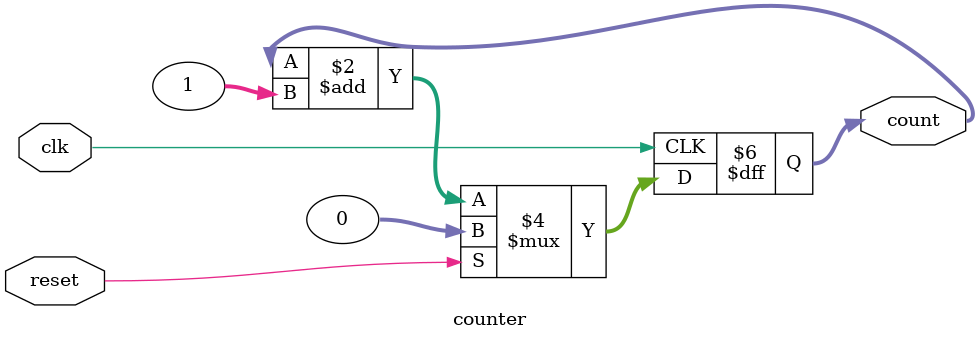
<source format=v>
module counter #(
    parameter BITS = 32
)(
    input clk,
    input reset,
    output reg [BITS-1:0] count
);
    always @(posedge clk) begin
        if (reset) begin
            count <= 0;
        end else begin
            count <= count + 1;
        end
    end
endmodule

</source>
